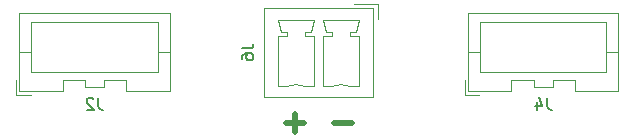
<source format=gbr>
%TF.GenerationSoftware,KiCad,Pcbnew,8.0.7*%
%TF.CreationDate,2024-12-10T12:06:42+09:00*%
%TF.ProjectId,STEP200-XA-motor-connector,53544550-3230-4302-9d58-412d6d6f746f,rev?*%
%TF.SameCoordinates,Original*%
%TF.FileFunction,Legend,Bot*%
%TF.FilePolarity,Positive*%
%FSLAX46Y46*%
G04 Gerber Fmt 4.6, Leading zero omitted, Abs format (unit mm)*
G04 Created by KiCad (PCBNEW 8.0.7) date 2024-12-10 12:06:42*
%MOMM*%
%LPD*%
G01*
G04 APERTURE LIST*
%ADD10C,0.500000*%
%ADD11C,0.150000*%
%ADD12C,0.120000*%
G04 APERTURE END LIST*
D10*
X118761904Y-69967333D02*
X117238095Y-69967333D01*
X117999999Y-70729238D02*
X117999999Y-69205428D01*
X122761904Y-69967333D02*
X121238095Y-69967333D01*
D11*
X139333333Y-67854819D02*
X139333333Y-68569104D01*
X139333333Y-68569104D02*
X139380952Y-68711961D01*
X139380952Y-68711961D02*
X139476190Y-68807200D01*
X139476190Y-68807200D02*
X139619047Y-68854819D01*
X139619047Y-68854819D02*
X139714285Y-68854819D01*
X138428571Y-68188152D02*
X138428571Y-68854819D01*
X138666666Y-67807200D02*
X138904761Y-68521485D01*
X138904761Y-68521485D02*
X138285714Y-68521485D01*
X101333333Y-67854819D02*
X101333333Y-68569104D01*
X101333333Y-68569104D02*
X101380952Y-68711961D01*
X101380952Y-68711961D02*
X101476190Y-68807200D01*
X101476190Y-68807200D02*
X101619047Y-68854819D01*
X101619047Y-68854819D02*
X101714285Y-68854819D01*
X100904761Y-67950057D02*
X100857142Y-67902438D01*
X100857142Y-67902438D02*
X100761904Y-67854819D01*
X100761904Y-67854819D02*
X100523809Y-67854819D01*
X100523809Y-67854819D02*
X100428571Y-67902438D01*
X100428571Y-67902438D02*
X100380952Y-67950057D01*
X100380952Y-67950057D02*
X100333333Y-68045295D01*
X100333333Y-68045295D02*
X100333333Y-68140533D01*
X100333333Y-68140533D02*
X100380952Y-68283390D01*
X100380952Y-68283390D02*
X100952380Y-68854819D01*
X100952380Y-68854819D02*
X100333333Y-68854819D01*
X113454819Y-63666666D02*
X114169104Y-63666666D01*
X114169104Y-63666666D02*
X114311961Y-63619047D01*
X114311961Y-63619047D02*
X114407200Y-63523809D01*
X114407200Y-63523809D02*
X114454819Y-63380952D01*
X114454819Y-63380952D02*
X114454819Y-63285714D01*
X113454819Y-64571428D02*
X113454819Y-64380952D01*
X113454819Y-64380952D02*
X113502438Y-64285714D01*
X113502438Y-64285714D02*
X113550057Y-64238095D01*
X113550057Y-64238095D02*
X113692914Y-64142857D01*
X113692914Y-64142857D02*
X113883390Y-64095238D01*
X113883390Y-64095238D02*
X114264342Y-64095238D01*
X114264342Y-64095238D02*
X114359580Y-64142857D01*
X114359580Y-64142857D02*
X114407200Y-64190476D01*
X114407200Y-64190476D02*
X114454819Y-64285714D01*
X114454819Y-64285714D02*
X114454819Y-64476190D01*
X114454819Y-64476190D02*
X114407200Y-64571428D01*
X114407200Y-64571428D02*
X114359580Y-64619047D01*
X114359580Y-64619047D02*
X114264342Y-64666666D01*
X114264342Y-64666666D02*
X114026247Y-64666666D01*
X114026247Y-64666666D02*
X113931009Y-64619047D01*
X113931009Y-64619047D02*
X113883390Y-64571428D01*
X113883390Y-64571428D02*
X113835771Y-64476190D01*
X113835771Y-64476190D02*
X113835771Y-64285714D01*
X113835771Y-64285714D02*
X113883390Y-64190476D01*
X113883390Y-64190476D02*
X113931009Y-64142857D01*
X113931009Y-64142857D02*
X114026247Y-64095238D01*
D12*
%TO.C,J4*%
X145360000Y-67310000D02*
X145360000Y-60690000D01*
X145360000Y-60690000D02*
X132640000Y-60690000D01*
X144350000Y-65700000D02*
X144350000Y-61400000D01*
X144350000Y-64000000D02*
X145360000Y-64000000D01*
X144350000Y-61400000D02*
X133650000Y-61400000D01*
X141700000Y-67310000D02*
X145360000Y-67310000D01*
X141700000Y-66310000D02*
X141700000Y-67310000D01*
X139800000Y-66910000D02*
X139800000Y-66310000D01*
X139800000Y-66310000D02*
X141700000Y-66310000D01*
X138200000Y-66910000D02*
X139800000Y-66910000D01*
X138200000Y-66310000D02*
X138200000Y-66910000D01*
X136300000Y-67310000D02*
X136300000Y-66310000D01*
X136300000Y-66310000D02*
X138200000Y-66310000D01*
X133650000Y-65700000D02*
X144350000Y-65700000D01*
X133650000Y-64000000D02*
X132640000Y-64000000D01*
X133650000Y-61400000D02*
X133650000Y-65700000D01*
X132640000Y-67310000D02*
X136300000Y-67310000D01*
X132640000Y-60690000D02*
X132640000Y-67310000D01*
X132340000Y-67610000D02*
X133590000Y-67610000D01*
X132340000Y-66360000D02*
X132340000Y-67610000D01*
%TO.C,J2*%
X107360000Y-67310000D02*
X107360000Y-60690000D01*
X107360000Y-60690000D02*
X94640000Y-60690000D01*
X106350000Y-65700000D02*
X106350000Y-61400000D01*
X106350000Y-64000000D02*
X107360000Y-64000000D01*
X106350000Y-61400000D02*
X95650000Y-61400000D01*
X103700000Y-67310000D02*
X107360000Y-67310000D01*
X103700000Y-66310000D02*
X103700000Y-67310000D01*
X101800000Y-66910000D02*
X101800000Y-66310000D01*
X101800000Y-66310000D02*
X103700000Y-66310000D01*
X100200000Y-66910000D02*
X101800000Y-66910000D01*
X100200000Y-66310000D02*
X100200000Y-66910000D01*
X98300000Y-67310000D02*
X98300000Y-66310000D01*
X98300000Y-66310000D02*
X100200000Y-66310000D01*
X95650000Y-65700000D02*
X106350000Y-65700000D01*
X95650000Y-64000000D02*
X94640000Y-64000000D01*
X95650000Y-61400000D02*
X95650000Y-65700000D01*
X94640000Y-67310000D02*
X98300000Y-67310000D01*
X94640000Y-60690000D02*
X94640000Y-67310000D01*
X94340000Y-67610000D02*
X95590000Y-67610000D01*
X94340000Y-66360000D02*
X94340000Y-67610000D01*
%TO.C,J6*%
X115367500Y-60282500D02*
X115367500Y-67752500D01*
X115367500Y-67752500D02*
X124597500Y-67752500D01*
X116577500Y-61242500D02*
X119577500Y-61242500D01*
X116577500Y-62592500D02*
X117327500Y-62592500D01*
X116577500Y-66892500D02*
X116577500Y-62592500D01*
X116827500Y-62242500D02*
X116577500Y-61242500D01*
X117327500Y-62242500D02*
X116827500Y-62242500D01*
X117327500Y-62592500D02*
X117327500Y-62242500D01*
X117327500Y-66892500D02*
X116577500Y-66892500D01*
X118827500Y-62242500D02*
X118827500Y-62592500D01*
X118827500Y-62592500D02*
X119577500Y-62592500D01*
X119327500Y-62242500D02*
X118827500Y-62242500D01*
X119577500Y-61242500D02*
X119327500Y-62242500D01*
X119577500Y-62592500D02*
X119577500Y-66892500D01*
X119577500Y-66892500D02*
X118827500Y-66892500D01*
X120387500Y-61242500D02*
X123387500Y-61242500D01*
X120387500Y-62592500D02*
X121137500Y-62592500D01*
X120387500Y-66892500D02*
X120387500Y-62592500D01*
X120637500Y-62242500D02*
X120387500Y-61242500D01*
X121137500Y-62242500D02*
X120637500Y-62242500D01*
X121137500Y-62592500D02*
X121137500Y-62242500D01*
X121137500Y-66892500D02*
X120387500Y-66892500D01*
X122637500Y-62242500D02*
X122637500Y-62592500D01*
X122637500Y-62592500D02*
X123387500Y-62592500D01*
X122987500Y-59892500D02*
X124987500Y-59892500D01*
X123137500Y-62242500D02*
X122637500Y-62242500D01*
X123387500Y-61242500D02*
X123137500Y-62242500D01*
X123387500Y-62592500D02*
X123387500Y-66892500D01*
X123387500Y-66892500D02*
X122637500Y-66892500D01*
X124597500Y-60282500D02*
X115367500Y-60282500D01*
X124597500Y-67752500D02*
X124597500Y-60282500D01*
X124987500Y-59892500D02*
X124987500Y-61142500D01*
X117327853Y-66892344D02*
G75*
G02*
X118827500Y-66892500I749647J-1700156D01*
G01*
X121137853Y-66892344D02*
G75*
G02*
X122637500Y-66892500I749647J-1700156D01*
G01*
%TD*%
M02*

</source>
